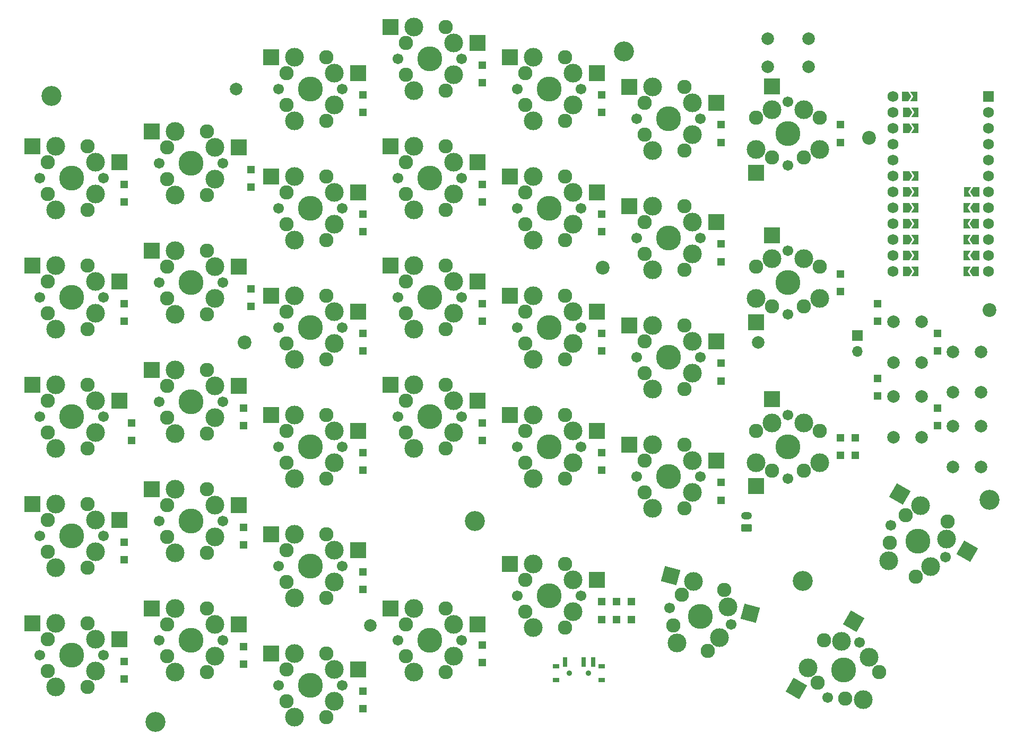
<source format=gbr>
%TF.GenerationSoftware,KiCad,Pcbnew,6.0.4*%
%TF.CreationDate,2022-04-20T09:09:29+02:00*%
%TF.ProjectId,mykeeb,6d796b65-6562-42e6-9b69-6361645f7063,rev?*%
%TF.SameCoordinates,Original*%
%TF.FileFunction,Soldermask,Top*%
%TF.FilePolarity,Negative*%
%FSLAX46Y46*%
G04 Gerber Fmt 4.6, Leading zero omitted, Abs format (unit mm)*
G04 Created by KiCad (PCBNEW 6.0.4) date 2022-04-20 09:09:29*
%MOMM*%
%LPD*%
G01*
G04 APERTURE LIST*
G04 Aperture macros list*
%AMRoundRect*
0 Rectangle with rounded corners*
0 $1 Rounding radius*
0 $2 $3 $4 $5 $6 $7 $8 $9 X,Y pos of 4 corners*
0 Add a 4 corners polygon primitive as box body*
4,1,4,$2,$3,$4,$5,$6,$7,$8,$9,$2,$3,0*
0 Add four circle primitives for the rounded corners*
1,1,$1+$1,$2,$3*
1,1,$1+$1,$4,$5*
1,1,$1+$1,$6,$7*
1,1,$1+$1,$8,$9*
0 Add four rect primitives between the rounded corners*
20,1,$1+$1,$2,$3,$4,$5,0*
20,1,$1+$1,$4,$5,$6,$7,0*
20,1,$1+$1,$6,$7,$8,$9,0*
20,1,$1+$1,$8,$9,$2,$3,0*%
%AMRotRect*
0 Rectangle, with rotation*
0 The origin of the aperture is its center*
0 $1 length*
0 $2 width*
0 $3 Rotation angle, in degrees counterclockwise*
0 Add horizontal line*
21,1,$1,$2,0,0,$3*%
%AMFreePoly0*
4,1,6,1.000000,0.000000,0.500000,-0.750000,-0.500000,-0.750000,-0.500000,0.750000,0.500000,0.750000,1.000000,0.000000,1.000000,0.000000,$1*%
%AMFreePoly1*
4,1,6,0.500000,-0.750000,-0.650000,-0.750000,-0.150000,0.000000,-0.650000,0.750000,0.500000,0.750000,0.500000,-0.750000,0.500000,-0.750000,$1*%
G04 Aperture macros list end*
%ADD10R,1.700000X1.700000*%
%ADD11O,1.700000X1.700000*%
%ADD12C,2.000000*%
%ADD13R,1.200000X1.200000*%
%ADD14C,2.286000*%
%ADD15R,2.550000X2.500000*%
%ADD16C,3.000000*%
%ADD17C,3.987800*%
%ADD18C,1.701800*%
%ADD19C,3.200000*%
%ADD20RoundRect,0.250000X0.625000X-0.350000X0.625000X0.350000X-0.625000X0.350000X-0.625000X-0.350000X0*%
%ADD21O,1.750000X1.200000*%
%ADD22FreePoly0,180.000000*%
%ADD23FreePoly1,180.000000*%
%ADD24RotRect,2.550000X2.500000X345.000000*%
%ADD25C,2.200000*%
%ADD26RotRect,2.550000X2.500000X330.000000*%
%ADD27FreePoly0,0.000000*%
%ADD28FreePoly1,0.000000*%
%ADD29R,2.500000X2.550000*%
%ADD30R,0.700000X1.500000*%
%ADD31C,0.900000*%
%ADD32R,1.000000X0.800000*%
%ADD33RotRect,2.550000X2.500000X60.000000*%
%ADD34C,1.752600*%
%ADD35R,1.752600X1.752600*%
G04 APERTURE END LIST*
D10*
%TO.C,BT2*%
X172974000Y-82296000D03*
D11*
X172974000Y-84836000D03*
%TD*%
D12*
%TO.C,FID1*%
X95250000Y-128587500D03*
%TD*%
D13*
%TO.C,D32*%
X94059375Y-100993750D03*
X94059375Y-103793750D03*
%TD*%
D14*
%TO.C,K11*%
X69215000Y-68738750D03*
X69215000Y-78898750D03*
D15*
X74235000Y-71278750D03*
D14*
X62865000Y-76358750D03*
D15*
X60385000Y-68738750D03*
D14*
X62865000Y-71278750D03*
D16*
X64135000Y-78898750D03*
X70485000Y-76358750D03*
X70485000Y-71278750D03*
D17*
X66675000Y-73818750D03*
D18*
X61595000Y-73818750D03*
D16*
X64135000Y-68738750D03*
D18*
X71755000Y-73818750D03*
%TD*%
D14*
%TO.C,K10*%
X50165000Y-71120000D03*
X50165000Y-81280000D03*
D15*
X55185000Y-73660000D03*
D14*
X43815000Y-78740000D03*
D15*
X41335000Y-71120000D03*
D14*
X43815000Y-73660000D03*
D16*
X45085000Y-81280000D03*
X51435000Y-78740000D03*
X51435000Y-73660000D03*
D17*
X47625000Y-76200000D03*
D18*
X42545000Y-76200000D03*
D16*
X45085000Y-71120000D03*
D18*
X52705000Y-76200000D03*
%TD*%
D14*
%TO.C,K31*%
X69215000Y-106838750D03*
X69215000Y-116998750D03*
D15*
X74235000Y-109378750D03*
D14*
X62865000Y-114458750D03*
D15*
X60385000Y-106838750D03*
D14*
X62865000Y-109378750D03*
D16*
X64135000Y-116998750D03*
X70485000Y-114458750D03*
X70485000Y-109378750D03*
D17*
X66675000Y-111918750D03*
D18*
X61595000Y-111918750D03*
D16*
X64135000Y-106838750D03*
D18*
X71755000Y-111918750D03*
%TD*%
D19*
%TO.C,H2*%
X135731250Y-36909375D03*
%TD*%
D20*
%TO.C,BT1*%
X155284000Y-113014000D03*
D21*
X155284000Y-111014000D03*
%TD*%
D13*
%TO.C,D30*%
X55959375Y-115281250D03*
X55959375Y-118081250D03*
%TD*%
D22*
%TO.C,JPr2a1*%
X191846750Y-66913125D03*
D23*
X190396750Y-66913125D03*
%TD*%
D14*
%TO.C,K24*%
X126365000Y-75882500D03*
X126365000Y-86042500D03*
D15*
X131385000Y-78422500D03*
D14*
X120015000Y-83502500D03*
D15*
X117535000Y-75882500D03*
D14*
X120015000Y-78422500D03*
D16*
X121285000Y-86042500D03*
X127635000Y-83502500D03*
X127635000Y-78422500D03*
D17*
X123825000Y-80962500D03*
D18*
X118745000Y-80962500D03*
D16*
X121285000Y-75882500D03*
D18*
X128905000Y-80962500D03*
%TD*%
D24*
%TO.C,K45*%
X155920368Y-126620150D03*
D14*
X151728820Y-122867427D03*
X149099219Y-132681234D03*
D24*
X143199695Y-120582055D03*
D14*
X144937791Y-123677378D03*
X143622990Y-128584281D03*
D18*
X152867471Y-128431731D03*
D17*
X147960568Y-127116930D03*
D16*
X152298146Y-125649579D03*
X150983345Y-130556482D03*
X146821917Y-121552626D03*
X144192316Y-131366433D03*
D18*
X143053665Y-125802129D03*
%TD*%
D13*
%TO.C,D33*%
X113109375Y-96231250D03*
X113109375Y-99031250D03*
%TD*%
%TO.C,D21*%
X75009375Y-93850000D03*
X75009375Y-96650000D03*
%TD*%
%TO.C,D42*%
X94059375Y-120043750D03*
X94059375Y-122843750D03*
%TD*%
%TO.C,D6*%
X170259375Y-48606250D03*
X170259375Y-51406250D03*
%TD*%
D14*
%TO.C,K41*%
X69215000Y-125888750D03*
X69215000Y-136048750D03*
D15*
X74235000Y-128428750D03*
D14*
X62865000Y-133508750D03*
D15*
X60385000Y-125888750D03*
D14*
X62865000Y-128428750D03*
D16*
X64135000Y-136048750D03*
X70485000Y-133508750D03*
X70485000Y-128428750D03*
D17*
X66675000Y-130968750D03*
D18*
X61595000Y-130968750D03*
D16*
X64135000Y-125888750D03*
D18*
X71755000Y-130968750D03*
%TD*%
D13*
%TO.C,D12*%
X94059375Y-62893750D03*
X94059375Y-65693750D03*
%TD*%
D12*
%TO.C,FID3*%
X157162500Y-83343750D03*
%TD*%
D14*
%TO.C,K20*%
X50165000Y-90170000D03*
X50165000Y-100330000D03*
D15*
X55185000Y-92710000D03*
D14*
X43815000Y-97790000D03*
D15*
X41335000Y-90170000D03*
D14*
X43815000Y-92710000D03*
D16*
X45085000Y-100330000D03*
X51435000Y-97790000D03*
X51435000Y-92710000D03*
D17*
X47625000Y-95250000D03*
D18*
X42545000Y-95250000D03*
D16*
X45085000Y-90170000D03*
D18*
X52705000Y-95250000D03*
%TD*%
D14*
%TO.C,K21*%
X69215000Y-87788750D03*
X69215000Y-97948750D03*
D15*
X74235000Y-90328750D03*
D14*
X62865000Y-95408750D03*
D15*
X60385000Y-87788750D03*
D14*
X62865000Y-90328750D03*
D16*
X64135000Y-97948750D03*
X70485000Y-95408750D03*
X70485000Y-90328750D03*
D17*
X66675000Y-92868750D03*
D18*
X61595000Y-92868750D03*
D16*
X64135000Y-87788750D03*
D18*
X71755000Y-92868750D03*
%TD*%
D14*
%TO.C,K13*%
X107315000Y-52070000D03*
X107315000Y-62230000D03*
D15*
X112335000Y-54610000D03*
D14*
X100965000Y-59690000D03*
D15*
X98485000Y-52070000D03*
D14*
X100965000Y-54610000D03*
D16*
X102235000Y-62230000D03*
X108585000Y-59690000D03*
X108585000Y-54610000D03*
D17*
X104775000Y-57150000D03*
D18*
X99695000Y-57150000D03*
D16*
X102235000Y-52070000D03*
D18*
X109855000Y-57150000D03*
%TD*%
D13*
%TO.C,D23*%
X113109375Y-77181250D03*
X113109375Y-79981250D03*
%TD*%
D25*
%TO.C,H10*%
X194066981Y-78224296D03*
%TD*%
D14*
%TO.C,K36*%
X187422553Y-111971545D03*
X182342553Y-120770363D03*
D26*
X190500000Y-116681249D03*
D14*
X178113291Y-115395659D03*
D26*
X179775548Y-107556545D03*
D14*
X180653291Y-110996249D03*
D16*
X177943143Y-118230363D03*
X184712405Y-119205659D03*
X187252405Y-114806249D03*
D17*
X182682848Y-115100954D03*
D18*
X178283439Y-112560954D03*
D16*
X183023143Y-109431545D03*
D18*
X187082257Y-117640954D03*
%TD*%
D19*
%TO.C,H1*%
X44396516Y-43963668D03*
%TD*%
D13*
%TO.C,D2*%
X94059375Y-43843750D03*
X94059375Y-46643750D03*
%TD*%
D14*
%TO.C,K40*%
X50165000Y-128270000D03*
X50165000Y-138430000D03*
D15*
X55185000Y-130810000D03*
D14*
X43815000Y-135890000D03*
D15*
X41335000Y-128270000D03*
D14*
X43815000Y-130810000D03*
D16*
X45085000Y-138430000D03*
X51435000Y-135890000D03*
X51435000Y-130810000D03*
D17*
X47625000Y-133350000D03*
D18*
X42545000Y-133350000D03*
D16*
X45085000Y-128270000D03*
D18*
X52705000Y-133350000D03*
%TD*%
D14*
%TO.C,K25*%
X145415000Y-80645000D03*
X145415000Y-90805000D03*
D15*
X150435000Y-83185000D03*
D14*
X139065000Y-88265000D03*
D15*
X136585000Y-80645000D03*
D14*
X139065000Y-83185000D03*
D16*
X140335000Y-90805000D03*
X146685000Y-88265000D03*
X146685000Y-83185000D03*
D17*
X142875000Y-85725000D03*
D18*
X137795000Y-85725000D03*
D16*
X140335000Y-80645000D03*
D18*
X147955000Y-85725000D03*
%TD*%
D13*
%TO.C,D24*%
X132159375Y-81943750D03*
X132159375Y-84743750D03*
%TD*%
D19*
%TO.C,H3*%
X194111215Y-108536998D03*
%TD*%
D14*
%TO.C,K7*%
X88265000Y-133032500D03*
X88265000Y-143192500D03*
D15*
X93285000Y-135572500D03*
D14*
X81915000Y-140652500D03*
D15*
X79435000Y-133032500D03*
D14*
X81915000Y-135572500D03*
D16*
X83185000Y-143192500D03*
X89535000Y-140652500D03*
X89535000Y-135572500D03*
D17*
X85725000Y-138112500D03*
D18*
X80645000Y-138112500D03*
D16*
X83185000Y-133032500D03*
D18*
X90805000Y-138112500D03*
%TD*%
D13*
%TO.C,D16*%
X170259375Y-72418750D03*
X170259375Y-75218750D03*
%TD*%
D22*
%TO.C,JPr4a1*%
X191883750Y-71993125D03*
D23*
X190433750Y-71993125D03*
%TD*%
D14*
%TO.C,K15*%
X145415000Y-61595000D03*
X145415000Y-71755000D03*
D15*
X150435000Y-64135000D03*
D14*
X139065000Y-69215000D03*
D15*
X136585000Y-61595000D03*
D14*
X139065000Y-64135000D03*
D16*
X140335000Y-71755000D03*
X146685000Y-69215000D03*
X146685000Y-64135000D03*
D17*
X142875000Y-66675000D03*
D18*
X137795000Y-66675000D03*
D16*
X140335000Y-61595000D03*
D18*
X147955000Y-66675000D03*
%TD*%
D13*
%TO.C,D17*%
X176212500Y-79981250D03*
X176212500Y-77181250D03*
%TD*%
D14*
%TO.C,K5*%
X145415000Y-42545000D03*
X145415000Y-52705000D03*
D15*
X150435000Y-45085000D03*
D14*
X139065000Y-50165000D03*
D15*
X136585000Y-42545000D03*
D14*
X139065000Y-45085000D03*
D16*
X140335000Y-52705000D03*
X146685000Y-50165000D03*
X146685000Y-45085000D03*
D17*
X142875000Y-47625000D03*
D18*
X137795000Y-47625000D03*
D16*
X140335000Y-42545000D03*
D18*
X147955000Y-47625000D03*
%TD*%
D14*
%TO.C,K1*%
X69215000Y-49688750D03*
X69215000Y-59848750D03*
D15*
X74235000Y-52228750D03*
D14*
X62865000Y-57308750D03*
D15*
X60385000Y-49688750D03*
D14*
X62865000Y-52228750D03*
D16*
X64135000Y-59848750D03*
X70485000Y-57308750D03*
X70485000Y-52228750D03*
D17*
X66675000Y-54768750D03*
D18*
X61595000Y-54768750D03*
D16*
X64135000Y-49688750D03*
D18*
X71755000Y-54768750D03*
%TD*%
D27*
%TO.C,JPbat+a0*%
X180631000Y-44053125D03*
D28*
X182081000Y-44053125D03*
%TD*%
D12*
%TO.C,FID2*%
X73818750Y-42862500D03*
%TD*%
D14*
%TO.C,K0*%
X50165000Y-52070000D03*
X50165000Y-62230000D03*
D15*
X55185000Y-54610000D03*
D14*
X43815000Y-59690000D03*
D15*
X41335000Y-52070000D03*
D14*
X43815000Y-54610000D03*
D16*
X45085000Y-62230000D03*
X51435000Y-59690000D03*
X51435000Y-54610000D03*
D17*
X47625000Y-57150000D03*
D18*
X42545000Y-57150000D03*
D16*
X45085000Y-52070000D03*
D18*
X52705000Y-57150000D03*
%TD*%
D22*
%TO.C,JPr0a1*%
X191920750Y-61833125D03*
D23*
X190470750Y-61833125D03*
%TD*%
D27*
%TO.C,JPc2a1*%
X180744750Y-61833125D03*
D28*
X182194750Y-61833125D03*
%TD*%
D13*
%TO.C,D34*%
X132159375Y-100993750D03*
X132159375Y-103793750D03*
%TD*%
D14*
%TO.C,K42*%
X88265000Y-113982500D03*
X88265000Y-124142500D03*
D15*
X93285000Y-116522500D03*
D14*
X81915000Y-121602500D03*
D15*
X79435000Y-113982500D03*
D14*
X81915000Y-116522500D03*
D16*
X83185000Y-124142500D03*
X89535000Y-121602500D03*
X89535000Y-116522500D03*
D17*
X85725000Y-119062500D03*
D18*
X80645000Y-119062500D03*
D16*
X83185000Y-113982500D03*
D18*
X90805000Y-119062500D03*
%TD*%
D14*
%TO.C,K35*%
X145415000Y-99695000D03*
X145415000Y-109855000D03*
D15*
X150435000Y-102235000D03*
D14*
X139065000Y-107315000D03*
D15*
X136585000Y-99695000D03*
D14*
X139065000Y-102235000D03*
D16*
X140335000Y-109855000D03*
X146685000Y-107315000D03*
X146685000Y-102235000D03*
D17*
X142875000Y-104775000D03*
D18*
X137795000Y-104775000D03*
D16*
X140335000Y-99695000D03*
D18*
X147955000Y-104775000D03*
%TD*%
D13*
%TO.C,D7*%
X94059375Y-139093750D03*
X94059375Y-141893750D03*
%TD*%
D27*
%TO.C,JPc6a1*%
X180744750Y-71993125D03*
D28*
X182194750Y-71993125D03*
%TD*%
D13*
%TO.C,D15*%
X151209375Y-67656250D03*
X151209375Y-70456250D03*
%TD*%
D27*
%TO.C,JPgbda0*%
X180744750Y-46593125D03*
D28*
X182194750Y-46593125D03*
%TD*%
D27*
%TO.C,JPc1a1*%
X180781750Y-59293125D03*
D28*
X182231750Y-59293125D03*
%TD*%
D14*
%TO.C,K14*%
X126365000Y-56832500D03*
X126365000Y-66992500D03*
D15*
X131385000Y-59372500D03*
D14*
X120015000Y-64452500D03*
D15*
X117535000Y-56832500D03*
D14*
X120015000Y-59372500D03*
D16*
X121285000Y-66992500D03*
X127635000Y-64452500D03*
X127635000Y-59372500D03*
D17*
X123825000Y-61912500D03*
D18*
X118745000Y-61912500D03*
D16*
X121285000Y-56832500D03*
D18*
X128905000Y-61912500D03*
%TD*%
D13*
%TO.C,D5*%
X151209375Y-48606250D03*
X151209375Y-51406250D03*
%TD*%
%TO.C,D11*%
X76200000Y-74800000D03*
X76200000Y-77600000D03*
%TD*%
%TO.C,D22*%
X94059375Y-81943750D03*
X94059375Y-84743750D03*
%TD*%
D14*
%TO.C,K22*%
X88265000Y-75882500D03*
X88265000Y-86042500D03*
D15*
X93285000Y-78422500D03*
D14*
X81915000Y-83502500D03*
D15*
X79435000Y-75882500D03*
D14*
X81915000Y-78422500D03*
D16*
X83185000Y-86042500D03*
X89535000Y-83502500D03*
X89535000Y-78422500D03*
D17*
X85725000Y-80962500D03*
D18*
X80645000Y-80962500D03*
D16*
X83185000Y-75882500D03*
D18*
X90805000Y-80962500D03*
%TD*%
D19*
%TO.C,H8*%
X164306250Y-121443750D03*
%TD*%
D13*
%TO.C,D45*%
X136921875Y-124806250D03*
X136921875Y-127606250D03*
%TD*%
%TO.C,D40*%
X55959375Y-134331250D03*
X55959375Y-137131250D03*
%TD*%
D22*
%TO.C,JPc7a1*%
X191931375Y-59293125D03*
D23*
X190481375Y-59293125D03*
%TD*%
D14*
%TO.C,K12*%
X88265000Y-56832500D03*
X88265000Y-66992500D03*
D15*
X93285000Y-59372500D03*
D14*
X81915000Y-64452500D03*
D15*
X79435000Y-56832500D03*
D14*
X81915000Y-59372500D03*
D16*
X83185000Y-66992500D03*
X89535000Y-64452500D03*
X89535000Y-59372500D03*
D17*
X85725000Y-61912500D03*
D18*
X80645000Y-61912500D03*
D16*
X83185000Y-56832500D03*
D18*
X90805000Y-61912500D03*
%TD*%
D14*
%TO.C,K43*%
X107315000Y-125888750D03*
X107315000Y-136048750D03*
D15*
X112335000Y-128428750D03*
D14*
X100965000Y-133508750D03*
D15*
X98485000Y-125888750D03*
D14*
X100965000Y-128428750D03*
D16*
X102235000Y-136048750D03*
X108585000Y-133508750D03*
X108585000Y-128428750D03*
D17*
X104775000Y-130968750D03*
D18*
X99695000Y-130968750D03*
D16*
X102235000Y-125888750D03*
D18*
X109855000Y-130968750D03*
%TD*%
D13*
%TO.C,D0*%
X55959375Y-58131250D03*
X55959375Y-60931250D03*
%TD*%
D25*
%TO.C,H7*%
X75200000Y-83343750D03*
%TD*%
D19*
%TO.C,H4*%
X61005076Y-144019868D03*
%TD*%
D25*
%TO.C,H9*%
X174831232Y-50681104D03*
%TD*%
D13*
%TO.C,D46*%
X134540625Y-124806250D03*
X134540625Y-127606250D03*
%TD*%
D14*
%TO.C,K33*%
X107315000Y-90170000D03*
X107315000Y-100330000D03*
D15*
X112335000Y-92710000D03*
D14*
X100965000Y-97790000D03*
D15*
X98485000Y-90170000D03*
D14*
X100965000Y-92710000D03*
D16*
X102235000Y-100330000D03*
X108585000Y-97790000D03*
X108585000Y-92710000D03*
D17*
X104775000Y-95250000D03*
D18*
X99695000Y-95250000D03*
D16*
X102235000Y-90170000D03*
D18*
X109855000Y-95250000D03*
%TD*%
D14*
%TO.C,K26*%
X167005000Y-97472500D03*
X156845000Y-97472500D03*
D29*
X159385000Y-92452500D03*
D14*
X164465000Y-103822500D03*
X159385000Y-103822500D03*
D29*
X156845000Y-106302500D03*
D16*
X167005000Y-102552500D03*
X164465000Y-96202500D03*
D18*
X161925000Y-105092500D03*
D16*
X156845000Y-102552500D03*
D17*
X161925000Y-100012500D03*
D18*
X161925000Y-94932500D03*
D16*
X159385000Y-96202500D03*
%TD*%
D27*
%TO.C,JPc0a1*%
X180744750Y-56753125D03*
D28*
X182194750Y-56753125D03*
%TD*%
D13*
%TO.C,D43*%
X113109375Y-131740625D03*
X113109375Y-134540625D03*
%TD*%
D12*
%TO.C,K17*%
X183225000Y-80093750D03*
X183225000Y-86593750D03*
X178725000Y-80093750D03*
X178725000Y-86593750D03*
%TD*%
D27*
%TO.C,JPc4a1*%
X180744750Y-66913125D03*
D28*
X182194750Y-66913125D03*
%TD*%
D13*
%TO.C,D14*%
X132159375Y-62893750D03*
X132159375Y-65693750D03*
%TD*%
%TO.C,D1*%
X76200000Y-55750000D03*
X76200000Y-58550000D03*
%TD*%
D12*
%TO.C,K47*%
X192750000Y-96762500D03*
X192750000Y-103262500D03*
X188250000Y-96762500D03*
X188250000Y-103262500D03*
%TD*%
D14*
%TO.C,K3*%
X107315000Y-33020000D03*
X107315000Y-43180000D03*
D15*
X112335000Y-35560000D03*
D14*
X100965000Y-40640000D03*
D15*
X98485000Y-33020000D03*
D14*
X100965000Y-35560000D03*
D16*
X102235000Y-43180000D03*
X108585000Y-40640000D03*
X108585000Y-35560000D03*
D17*
X104775000Y-38100000D03*
D18*
X99695000Y-38100000D03*
D16*
X102235000Y-33020000D03*
D18*
X109855000Y-38100000D03*
%TD*%
D13*
%TO.C,D47*%
X185737500Y-96650000D03*
X185737500Y-93850000D03*
%TD*%
%TO.C,D37*%
X185737500Y-84743750D03*
X185737500Y-81943750D03*
%TD*%
D27*
%TO.C,JPc3a1*%
X180744750Y-64373125D03*
D28*
X182194750Y-64373125D03*
%TD*%
D14*
%TO.C,K34*%
X126365000Y-94932500D03*
X126365000Y-105092500D03*
D15*
X131385000Y-97472500D03*
D14*
X120015000Y-102552500D03*
D15*
X117535000Y-94932500D03*
D14*
X120015000Y-97472500D03*
D16*
X121285000Y-105092500D03*
X127635000Y-102552500D03*
X127635000Y-97472500D03*
D17*
X123825000Y-100012500D03*
D18*
X118745000Y-100012500D03*
D16*
X121285000Y-94932500D03*
D18*
X128905000Y-100012500D03*
%TD*%
D13*
%TO.C,D25*%
X151209375Y-86706250D03*
X151209375Y-89506250D03*
%TD*%
%TO.C,D36*%
X172640625Y-98612500D03*
X172640625Y-101412500D03*
%TD*%
%TO.C,D26*%
X170259375Y-98612500D03*
X170259375Y-101412500D03*
%TD*%
D30*
%TO.C,SWbat1*%
X130797735Y-134417044D03*
X129297735Y-134417044D03*
X126297735Y-134417044D03*
D31*
X127047735Y-136177044D03*
X130047735Y-136177044D03*
D32*
X124897735Y-135067044D03*
X132197735Y-137277044D03*
X124897735Y-137277044D03*
X132197735Y-135067044D03*
%TD*%
D13*
%TO.C,D20*%
X57150000Y-96231250D03*
X57150000Y-99031250D03*
%TD*%
D29*
%TO.C,K16*%
X159385000Y-66258750D03*
D14*
X156845000Y-71278750D03*
X167005000Y-71278750D03*
D29*
X156845000Y-80108750D03*
D14*
X159385000Y-77628750D03*
X164465000Y-77628750D03*
D18*
X161925000Y-68738750D03*
D17*
X161925000Y-73818750D03*
D16*
X159385000Y-70008750D03*
X164465000Y-70008750D03*
X156845000Y-76358750D03*
X167005000Y-76358750D03*
D18*
X161925000Y-78898750D03*
%TD*%
D13*
%TO.C,D27*%
X176212500Y-91887500D03*
X176212500Y-89087500D03*
%TD*%
%TO.C,D44*%
X132159375Y-124806250D03*
X132159375Y-127606250D03*
%TD*%
D25*
%TO.C,H6*%
X132350000Y-71437500D03*
%TD*%
D14*
%TO.C,K2*%
X88265000Y-37782500D03*
X88265000Y-47942500D03*
D15*
X93285000Y-40322500D03*
D14*
X81915000Y-45402500D03*
D15*
X79435000Y-37782500D03*
D14*
X81915000Y-40322500D03*
D16*
X83185000Y-47942500D03*
X89535000Y-45402500D03*
X89535000Y-40322500D03*
D17*
X85725000Y-42862500D03*
D18*
X80645000Y-42862500D03*
D16*
X83185000Y-37782500D03*
D18*
X90805000Y-42862500D03*
%TD*%
D27*
%TO.C,JPresa0*%
X180744750Y-49133125D03*
D28*
X182194750Y-49133125D03*
%TD*%
D12*
%TO.C,K37*%
X192750000Y-84856250D03*
X192750000Y-91356250D03*
X188250000Y-84856250D03*
X188250000Y-91356250D03*
%TD*%
%TO.C,K27*%
X183225000Y-92000000D03*
X183225000Y-98500000D03*
X178725000Y-92000000D03*
X178725000Y-98500000D03*
%TD*%
D13*
%TO.C,D4*%
X132159375Y-43843750D03*
X132159375Y-46643750D03*
%TD*%
D14*
%TO.C,K44*%
X126365000Y-118745000D03*
X126365000Y-128905000D03*
D15*
X131385000Y-121285000D03*
D14*
X120015000Y-126365000D03*
D15*
X117535000Y-118745000D03*
D14*
X120015000Y-121285000D03*
D16*
X121285000Y-128905000D03*
X127635000Y-126365000D03*
X127635000Y-121285000D03*
D17*
X123825000Y-123825000D03*
D18*
X118745000Y-123825000D03*
D16*
X121285000Y-118745000D03*
D18*
X128905000Y-123825000D03*
%TD*%
D13*
%TO.C,D41*%
X75009375Y-131950000D03*
X75009375Y-134750000D03*
%TD*%
D14*
%TO.C,K4*%
X126365000Y-37782500D03*
X126365000Y-47942500D03*
D15*
X131385000Y-40322500D03*
D14*
X120015000Y-45402500D03*
D15*
X117535000Y-37782500D03*
D14*
X120015000Y-40322500D03*
D16*
X121285000Y-47942500D03*
X127635000Y-45402500D03*
X127635000Y-40322500D03*
D17*
X123825000Y-42862500D03*
D18*
X118745000Y-42862500D03*
D16*
X121285000Y-37782500D03*
D18*
X128905000Y-42862500D03*
%TD*%
D14*
%TO.C,K23*%
X107315000Y-71120000D03*
X107315000Y-81280000D03*
D15*
X112335000Y-73660000D03*
D14*
X100965000Y-78740000D03*
D15*
X98485000Y-71120000D03*
D14*
X100965000Y-73660000D03*
D16*
X102235000Y-81280000D03*
X108585000Y-78740000D03*
X108585000Y-73660000D03*
D17*
X104775000Y-76200000D03*
D18*
X99695000Y-76200000D03*
D16*
X102235000Y-71120000D03*
D18*
X109855000Y-76200000D03*
%TD*%
D22*
%TO.C,JPr3a1*%
X191920750Y-69453125D03*
D23*
X190470750Y-69453125D03*
%TD*%
D14*
%TO.C,K30*%
X50165000Y-109220000D03*
X50165000Y-119380000D03*
D15*
X55185000Y-111760000D03*
D14*
X43815000Y-116840000D03*
D15*
X41335000Y-109220000D03*
D14*
X43815000Y-111760000D03*
D16*
X45085000Y-119380000D03*
X51435000Y-116840000D03*
X51435000Y-111760000D03*
D17*
X47625000Y-114300000D03*
D18*
X42545000Y-114300000D03*
D16*
X45085000Y-109220000D03*
D18*
X52705000Y-114300000D03*
%TD*%
D14*
%TO.C,K46*%
X176446007Y-136063479D03*
X167647189Y-130983479D03*
D33*
X172356893Y-127906032D03*
D14*
X171071303Y-140292741D03*
X166671893Y-137752741D03*
D33*
X163232189Y-138630484D03*
D16*
X173906007Y-140462889D03*
X174881303Y-133693627D03*
D18*
X168236598Y-140122593D03*
D16*
X165107189Y-135382889D03*
D17*
X170776598Y-135723184D03*
D18*
X173316598Y-131323775D03*
D16*
X170481893Y-131153627D03*
%TD*%
D14*
%TO.C,K32*%
X88265000Y-94932500D03*
X88265000Y-105092500D03*
D15*
X93285000Y-97472500D03*
D14*
X81915000Y-102552500D03*
D15*
X79435000Y-94932500D03*
D14*
X81915000Y-97472500D03*
D16*
X83185000Y-105092500D03*
X89535000Y-102552500D03*
X89535000Y-97472500D03*
D17*
X85725000Y-100012500D03*
D18*
X80645000Y-100012500D03*
D16*
X83185000Y-94932500D03*
D18*
X90805000Y-100012500D03*
%TD*%
D22*
%TO.C,JPr1a1*%
X191883750Y-64373125D03*
D23*
X190433750Y-64373125D03*
%TD*%
D29*
%TO.C,K6*%
X159385000Y-42446250D03*
D14*
X156845000Y-47466250D03*
X167005000Y-47466250D03*
D29*
X156845000Y-56296250D03*
D14*
X159385000Y-53816250D03*
X164465000Y-53816250D03*
D18*
X161925000Y-44926250D03*
D17*
X161925000Y-50006250D03*
D16*
X159385000Y-46196250D03*
X164465000Y-46196250D03*
X156845000Y-52546250D03*
X167005000Y-52546250D03*
D18*
X161925000Y-55086250D03*
%TD*%
D13*
%TO.C,D13*%
X113109375Y-58131250D03*
X113109375Y-60931250D03*
%TD*%
D19*
%TO.C,H5*%
X111918750Y-111918750D03*
%TD*%
D13*
%TO.C,D31*%
X75009375Y-112900000D03*
X75009375Y-115700000D03*
%TD*%
%TO.C,D35*%
X151209375Y-105756250D03*
X151209375Y-108556250D03*
%TD*%
%TO.C,D3*%
X113109375Y-39081250D03*
X113109375Y-41881250D03*
%TD*%
%TO.C,D10*%
X55959375Y-77181250D03*
X55959375Y-79981250D03*
%TD*%
D27*
%TO.C,JPc5a1*%
X180744750Y-69453125D03*
D28*
X182194750Y-69453125D03*
%TD*%
D34*
%TO.C,U1*%
X178675750Y-44053125D03*
X193915750Y-71993125D03*
X178675750Y-46593125D03*
X178675750Y-49133125D03*
X178675750Y-51673125D03*
X178675750Y-54213125D03*
X178675750Y-56753125D03*
X178675750Y-59293125D03*
X178675750Y-61833125D03*
X178675750Y-64373125D03*
X178675750Y-66913125D03*
X178675750Y-69453125D03*
X178675750Y-71993125D03*
X193915750Y-69453125D03*
X193915750Y-66913125D03*
X193915750Y-64373125D03*
X193915750Y-61833125D03*
X193915750Y-59293125D03*
X193915750Y-56753125D03*
X193915750Y-54213125D03*
X193915750Y-51673125D03*
X193915750Y-49133125D03*
X193915750Y-46593125D03*
D35*
X193915750Y-44053125D03*
%TD*%
D31*
%TO.C,SWbat2*%
X130048000Y-136177000D03*
X127048000Y-136177000D03*
%TD*%
D12*
%TO.C,SW1*%
X158675000Y-34834000D03*
X165175000Y-34834000D03*
X158675000Y-39334000D03*
X165175000Y-39334000D03*
%TD*%
M02*

</source>
